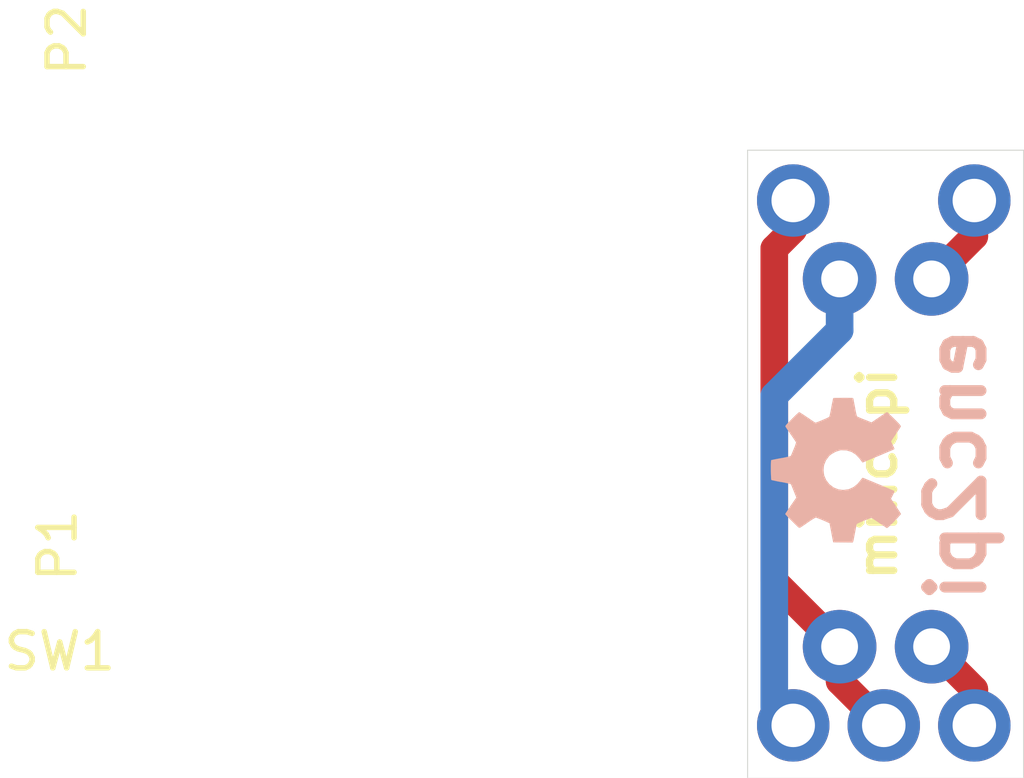
<source format=kicad_pcb>
(kicad_pcb (version 4) (host pcbnew 4.0.5+dfsg1-4)

  (general
    (links 5)
    (no_connects 0)
    (area 144.767299 98.031299 152.412701 115.404901)
    (thickness 1.6)
    (drawings 6)
    (tracks 15)
    (zones 0)
    (modules 4)
    (nets 5)
  )

  (page A4)
  (layers
    (0 F.Cu signal)
    (31 B.Cu signal)
    (32 B.Adhes user)
    (33 F.Adhes user)
    (34 B.Paste user hide)
    (35 F.Paste user hide)
    (36 B.SilkS user)
    (37 F.SilkS user)
    (38 B.Mask user)
    (39 F.Mask user)
    (40 Dwgs.User user hide)
    (41 Cmts.User user hide)
    (42 Eco1.User user hide)
    (43 Eco2.User user hide)
    (44 Edge.Cuts user)
    (45 Margin user hide)
    (46 B.CrtYd user hide)
    (47 F.CrtYd user hide)
    (48 B.Fab user)
    (49 F.Fab user hide)
  )

  (setup
    (last_trace_width 0.25)
    (user_trace_width 0.508)
    (user_trace_width 0.762)
    (trace_clearance 0.2)
    (zone_clearance 0.508)
    (zone_45_only no)
    (trace_min 0.2)
    (segment_width 0.2)
    (edge_width 0.15)
    (via_size 0.6)
    (via_drill 0.4)
    (via_min_size 0.4)
    (via_min_drill 0.3)
    (uvia_size 0.3)
    (uvia_drill 0.1)
    (uvias_allowed no)
    (uvia_min_size 0)
    (uvia_min_drill 0)
    (pcb_text_width 0.3)
    (pcb_text_size 1.5 1.5)
    (mod_edge_width 0.15)
    (mod_text_size 1 1)
    (mod_text_width 0.15)
    (pad_size 1.524 1.524)
    (pad_drill 0.762)
    (pad_to_mask_clearance 0.0254)
    (aux_axis_origin 0 0)
    (visible_elements 7FFFFFFF)
    (pcbplotparams
      (layerselection 0x00030_80000001)
      (usegerberextensions false)
      (excludeedgelayer true)
      (linewidth 0.100000)
      (plotframeref false)
      (viasonmask false)
      (mode 1)
      (useauxorigin false)
      (hpglpennumber 1)
      (hpglpenspeed 20)
      (hpglpendiameter 15)
      (hpglpenoverlay 2)
      (psnegative false)
      (psa4output false)
      (plotreference true)
      (plotvalue true)
      (plotinvisibletext false)
      (padsonsilk false)
      (subtractmaskfromsilk false)
      (outputformat 1)
      (mirror false)
      (drillshape 1)
      (scaleselection 1)
      (outputdirectory ""))
  )

  (net 0 "")
  (net 1 "Net-(P1-Pad1)")
  (net 2 "Net-(P1-Pad2)")
  (net 3 "Net-(P2-Pad1)")
  (net 4 "Net-(P2-Pad2)")

  (net_class Default "This is the default net class."
    (clearance 0.2)
    (trace_width 0.25)
    (via_dia 0.6)
    (via_drill 0.4)
    (uvia_dia 0.3)
    (uvia_drill 0.1)
    (add_net "Net-(P1-Pad1)")
    (add_net "Net-(P1-Pad2)")
    (add_net "Net-(P2-Pad1)")
    (add_net "Net-(P2-Pad2)")
  )

  (module encoder:Potentiometer_Trimmer-EVM3S_R (layer F.Cu) (tedit 5BFA3248) (tstamp 5BFA234B)
    (at 148.5392 106.934)
    (descr http://www.comkey.in/sites/default/files/attachments/EVM3ESX50B15.pdf)
    (tags "trimmer SMD")
    (path /5BFA1E06)
    (attr smd)
    (fp_text reference SW1 (at -22.75 4.956) (layer F.SilkS)
      (effects (font (size 1 1) (thickness 0.15)))
    )
    (fp_text value Rotary_Encoder_Switch (at -20.066 -9.652) (layer F.Fab)
      (effects (font (size 1 1) (thickness 0.15)))
    )
    (fp_line (start 2.05 2.55) (end -2.05 2.55) (layer F.CrtYd) (width 0.05))
    (fp_line (start 2.05 -2.55) (end 2.05 2.55) (layer F.CrtYd) (width 0.05))
    (fp_line (start -2.05 -2.55) (end 2.05 -2.55) (layer F.CrtYd) (width 0.05))
    (fp_line (start -2.05 2.55) (end -2.05 -2.55) (layer F.CrtYd) (width 0.05))
    (fp_line (start -0.25 -0.25) (end -0.25 -1) (layer F.Fab) (width 0.05))
    (fp_line (start -1 -0.25) (end -0.25 -0.25) (layer F.Fab) (width 0.05))
    (fp_line (start -1 0.25) (end -1 -0.25) (layer F.Fab) (width 0.05))
    (fp_line (start -0.25 0.25) (end -1 0.25) (layer F.Fab) (width 0.05))
    (fp_line (start -0.25 1) (end -0.25 0.25) (layer F.Fab) (width 0.05))
    (fp_line (start 0.25 1) (end -0.25 1) (layer F.Fab) (width 0.05))
    (fp_line (start 0.25 0.25) (end 0.25 1) (layer F.Fab) (width 0.05))
    (fp_line (start 1 0.25) (end 0.25 0.25) (layer F.Fab) (width 0.05))
    (fp_line (start 1 -0.25) (end 1 0.25) (layer F.Fab) (width 0.05))
    (fp_line (start 0.25 -0.25) (end 1 -0.25) (layer F.Fab) (width 0.05))
    (fp_line (start 0.25 -1) (end 0.25 -0.25) (layer F.Fab) (width 0.05))
    (fp_line (start -0.25 -1) (end 0.25 -1) (layer F.Fab) (width 0.05))
    (fp_line (start -1.55 1.7) (end -1.55 -1.55) (layer F.Fab) (width 0.05))
    (fp_line (start 1.55 1.7) (end -1.55 1.7) (layer F.Fab) (width 0.05))
    (fp_line (start 1.55 -1.55) (end 1.55 1.7) (layer F.Fab) (width 0.05))
    (fp_line (start -1.55 -1.55) (end 1.55 -1.55) (layer F.Fab) (width 0.05))
    (fp_circle (center 0 0) (end 0 -0.25) (layer F.Fab) (width 0.05))
    (fp_circle (center 0 0) (end 0 -1.2) (layer F.Fab) (width 0.05))
    (fp_circle (center 0 0) (end 0 -1.55) (layer F.Fab) (width 0.05))
    (pad 4 thru_hole circle (at -2.5 -7.5) (size 2 2) (drill 1.2) (layers *.Cu *.Mask)
      (net 1 "Net-(P1-Pad1)"))
    (pad 5 thru_hole circle (at 2.5 -7.5) (size 2 2) (drill 1.2) (layers *.Cu *.Mask)
      (net 4 "Net-(P2-Pad2)"))
    (pad 1 thru_hole circle (at -2.5 7) (size 2 2) (drill 1.2) (layers *.Cu *.Mask)
      (net 3 "Net-(P2-Pad1)"))
    (pad 3 thru_hole circle (at 2.5 7) (size 2 2) (drill 1.2) (layers *.Cu *.Mask)
      (net 2 "Net-(P1-Pad2)"))
    (pad 2 thru_hole circle (at 0 7) (size 2 2) (drill 1.2) (layers *.Cu *.Mask)
      (net 1 "Net-(P1-Pad1)"))
  )

  (module Pin_Headers:Pin_Header_Straight_1x02 (layer F.Cu) (tedit 5BFA3369) (tstamp 5BFA20EA)
    (at 147.32 111.76 90)
    (descr "Through hole pin header")
    (tags "pin header")
    (path /5BFA1E73)
    (fp_text reference P1 (at 2.794 -21.59 90) (layer F.SilkS)
      (effects (font (size 1 1) (thickness 0.15)))
    )
    (fp_text value CONN_01X02 (at -0.508 -24.384 90) (layer F.Fab)
      (effects (font (size 1 1) (thickness 0.15)))
    )
    (fp_line (start -1.75 -1.75) (end -1.75 4.3) (layer F.CrtYd) (width 0.05))
    (fp_line (start 1.75 -1.75) (end 1.75 4.3) (layer F.CrtYd) (width 0.05))
    (fp_line (start -1.75 4.3) (end 1.75 4.3) (layer F.CrtYd) (width 0.05))
    (pad 1 thru_hole circle (at 0 0 90) (size 2.032 2.032) (drill 1.016) (layers *.Cu *.Mask)
      (net 1 "Net-(P1-Pad1)"))
    (pad 2 thru_hole oval (at 0 2.54 90) (size 2.032 2.032) (drill 1.016) (layers *.Cu *.Mask)
      (net 2 "Net-(P1-Pad2)"))
    (model Pin_Headers.3dshapes/Pin_Header_Straight_1x02.wrl
      (at (xyz 0 -0.05 0))
      (scale (xyz 1 1 1))
      (rotate (xyz 0 0 90))
    )
  )

  (module Pin_Headers:Pin_Header_Straight_1x02 (layer F.Cu) (tedit 5BFA334A) (tstamp 5BFA20F0)
    (at 147.32 101.6 90)
    (descr "Through hole pin header")
    (tags "pin header")
    (path /5BFA1ED8)
    (fp_text reference P2 (at 6.604 -21.336 90) (layer F.SilkS)
      (effects (font (size 1 1) (thickness 0.15)))
    )
    (fp_text value CONN_01X02 (at 0.762 -22.098 90) (layer F.Fab)
      (effects (font (size 1 1) (thickness 0.15)))
    )
    (fp_line (start -1.75 -1.75) (end -1.75 4.3) (layer F.CrtYd) (width 0.05))
    (fp_line (start 1.75 -1.75) (end 1.75 4.3) (layer F.CrtYd) (width 0.05))
    (fp_line (start -1.75 -1.75) (end 1.75 -1.75) (layer F.CrtYd) (width 0.05))
    (fp_line (start -1.75 4.3) (end 1.75 4.3) (layer F.CrtYd) (width 0.05))
    (pad 1 thru_hole circle (at 0 0 90) (size 2.032 2.032) (drill 1.016) (layers *.Cu *.Mask)
      (net 3 "Net-(P2-Pad1)"))
    (pad 2 thru_hole oval (at 0 2.54 90) (size 2.032 2.032) (drill 1.016) (layers *.Cu *.Mask)
      (net 4 "Net-(P2-Pad2)"))
    (model Pin_Headers.3dshapes/Pin_Header_Straight_1x02.wrl
      (at (xyz 0 -0.05 0))
      (scale (xyz 1 1 1))
      (rotate (xyz 0 0 90))
    )
  )

  (module osh-logo:osh-logo_silkscreen-back_4mm (layer B.Cu) (tedit 0) (tstamp 5BFA369E)
    (at 147.2184 106.8832 270)
    (fp_text reference G*** (at 0 -2.1209 270) (layer B.SilkS) hide
      (effects (font (size 0.18034 0.18034) (thickness 0.03556)) (justify mirror))
    )
    (fp_text value osh-logo_silkscreen-back_4mm (at 0 2.1209 270) (layer B.SilkS) hide
      (effects (font (size 0.18034 0.18034) (thickness 0.03556)) (justify mirror))
    )
    (fp_poly (pts (xy 1.21158 -1.79578) (xy 1.19126 -1.78562) (xy 1.143 -1.75514) (xy 1.07696 -1.71196)
      (xy 0.99822 -1.65862) (xy 0.91948 -1.60528) (xy 0.85344 -1.5621) (xy 0.80772 -1.53162)
      (xy 0.78994 -1.52146) (xy 0.77978 -1.524) (xy 0.74168 -1.54432) (xy 0.6858 -1.57226)
      (xy 0.65532 -1.5875) (xy 0.60452 -1.61036) (xy 0.57912 -1.61544) (xy 0.57658 -1.60782)
      (xy 0.55626 -1.56972) (xy 0.52832 -1.50368) (xy 0.49022 -1.41732) (xy 0.44704 -1.31572)
      (xy 0.40132 -1.2065) (xy 0.3556 -1.09474) (xy 0.30988 -0.98806) (xy 0.27178 -0.89154)
      (xy 0.23876 -0.81534) (xy 0.21844 -0.75946) (xy 0.21082 -0.7366) (xy 0.21336 -0.73152)
      (xy 0.23876 -0.70866) (xy 0.28194 -0.67564) (xy 0.37846 -0.5969) (xy 0.4699 -0.48006)
      (xy 0.52832 -0.34798) (xy 0.5461 -0.20066) (xy 0.53086 -0.06604) (xy 0.47752 0.0635)
      (xy 0.38608 0.18288) (xy 0.27432 0.26924) (xy 0.14478 0.32512) (xy 0 0.3429)
      (xy -0.1397 0.32766) (xy -0.27178 0.27432) (xy -0.39116 0.18542) (xy -0.43942 0.127)
      (xy -0.508 0.00762) (xy -0.54864 -0.11938) (xy -0.55118 -0.14986) (xy -0.5461 -0.2921)
      (xy -0.50546 -0.42672) (xy -0.4318 -0.5461) (xy -0.32766 -0.64516) (xy -0.31496 -0.65532)
      (xy -0.2667 -0.69088) (xy -0.23622 -0.71374) (xy -0.21082 -0.73406) (xy -0.38862 -1.16586)
      (xy -0.41656 -1.23444) (xy -0.46736 -1.35128) (xy -0.51054 -1.45288) (xy -0.54356 -1.53416)
      (xy -0.56896 -1.5875) (xy -0.57912 -1.61036) (xy -0.57912 -1.61036) (xy -0.59436 -1.6129)
      (xy -0.62738 -1.6002) (xy -0.68834 -1.57226) (xy -0.72898 -1.55194) (xy -0.7747 -1.52908)
      (xy -0.79502 -1.52146) (xy -0.8128 -1.53162) (xy -0.85598 -1.55956) (xy -0.91948 -1.60274)
      (xy -0.99568 -1.65354) (xy -1.06934 -1.70434) (xy -1.13792 -1.75006) (xy -1.18618 -1.78054)
      (xy -1.21158 -1.79324) (xy -1.21412 -1.79324) (xy -1.23444 -1.78054) (xy -1.27508 -1.75006)
      (xy -1.3335 -1.69418) (xy -1.41478 -1.6129) (xy -1.42748 -1.6002) (xy -1.49606 -1.52908)
      (xy -1.55194 -1.47066) (xy -1.59004 -1.43002) (xy -1.60274 -1.41224) (xy -1.60274 -1.41224)
      (xy -1.59004 -1.38684) (xy -1.55956 -1.33858) (xy -1.51384 -1.27) (xy -1.4605 -1.19126)
      (xy -1.31826 -0.98298) (xy -1.397 -0.7874) (xy -1.41986 -0.72898) (xy -1.45034 -0.65532)
      (xy -1.4732 -0.60452) (xy -1.4859 -0.58166) (xy -1.50622 -0.57404) (xy -1.55956 -0.56134)
      (xy -1.6383 -0.54356) (xy -1.72974 -0.52832) (xy -1.81864 -0.51054) (xy -1.89738 -0.4953)
      (xy -1.9558 -0.48514) (xy -1.9812 -0.48006) (xy -1.98628 -0.47498) (xy -1.99136 -0.46228)
      (xy -1.99644 -0.43688) (xy -1.99644 -0.38862) (xy -1.99898 -0.31242) (xy -1.99898 -0.20066)
      (xy -1.99898 -0.1905) (xy -1.99644 -0.08382) (xy -1.99644 0) (xy -1.9939 0.05334)
      (xy -1.98882 0.07366) (xy -1.98882 0.07366) (xy -1.96342 0.08128) (xy -1.90754 0.09144)
      (xy -1.8288 0.10922) (xy -1.73228 0.127) (xy -1.7272 0.127) (xy -1.63322 0.14478)
      (xy -1.55448 0.16256) (xy -1.4986 0.17526) (xy -1.47574 0.18288) (xy -1.47066 0.18796)
      (xy -1.45034 0.22606) (xy -1.4224 0.28448) (xy -1.39192 0.3556) (xy -1.36144 0.42926)
      (xy -1.3335 0.49784) (xy -1.31572 0.5461) (xy -1.31064 0.56896) (xy -1.31064 0.56896)
      (xy -1.32588 0.59182) (xy -1.3589 0.64262) (xy -1.40462 0.70866) (xy -1.4605 0.78994)
      (xy -1.46304 0.79756) (xy -1.51892 0.8763) (xy -1.5621 0.94488) (xy -1.59258 0.99314)
      (xy -1.60274 1.01346) (xy -1.60274 1.016) (xy -1.58496 1.03886) (xy -1.54432 1.08458)
      (xy -1.4859 1.14554) (xy -1.41478 1.21666) (xy -1.39192 1.23698) (xy -1.31572 1.31318)
      (xy -1.26238 1.36398) (xy -1.22682 1.38938) (xy -1.21158 1.397) (xy -1.21158 1.39446)
      (xy -1.18618 1.38176) (xy -1.13538 1.34874) (xy -1.0668 1.30048) (xy -0.98552 1.24714)
      (xy -0.98044 1.24206) (xy -0.9017 1.18872) (xy -0.83566 1.143) (xy -0.7874 1.11252)
      (xy -0.76708 1.09982) (xy -0.762 1.09982) (xy -0.73152 1.10998) (xy -0.6731 1.12776)
      (xy -0.60452 1.1557) (xy -0.53086 1.18618) (xy -0.46228 1.21412) (xy -0.41148 1.23698)
      (xy -0.38862 1.24968) (xy -0.38862 1.25222) (xy -0.37846 1.28016) (xy -0.36576 1.34112)
      (xy -0.34798 1.4224) (xy -0.3302 1.52146) (xy -0.32766 1.5367) (xy -0.30988 1.63068)
      (xy -0.29464 1.70942) (xy -0.28194 1.7653) (xy -0.27686 1.78816) (xy -0.26416 1.7907)
      (xy -0.2159 1.79324) (xy -0.14478 1.79578) (xy -0.05842 1.79578) (xy 0.03048 1.79578)
      (xy 0.11684 1.79324) (xy 0.19304 1.7907) (xy 0.24638 1.78816) (xy 0.26924 1.78308)
      (xy 0.27178 1.78054) (xy 0.2794 1.7526) (xy 0.2921 1.69164) (xy 0.30988 1.61036)
      (xy 0.32766 1.5113) (xy 0.3302 1.49352) (xy 0.34798 1.39954) (xy 0.36576 1.3208)
      (xy 0.37592 1.26746) (xy 0.38354 1.24714) (xy 0.39116 1.24206) (xy 0.42926 1.22428)
      (xy 0.49276 1.19888) (xy 0.57404 1.16586) (xy 0.75692 1.0922) (xy 0.98044 1.24714)
      (xy 1.00076 1.25984) (xy 1.08204 1.31572) (xy 1.14808 1.3589) (xy 1.1938 1.38938)
      (xy 1.21412 1.39954) (xy 1.21412 1.39954) (xy 1.23698 1.37922) (xy 1.2827 1.33858)
      (xy 1.34366 1.27762) (xy 1.41224 1.20904) (xy 1.46558 1.1557) (xy 1.52654 1.0922)
      (xy 1.56718 1.05156) (xy 1.5875 1.02362) (xy 1.59512 1.00584) (xy 1.59258 0.99568)
      (xy 1.57988 0.97282) (xy 1.54686 0.92456) (xy 1.50114 0.85598) (xy 1.44526 0.77724)
      (xy 1.39954 0.70866) (xy 1.35128 0.635) (xy 1.3208 0.58166) (xy 1.3081 0.55372)
      (xy 1.31064 0.54356) (xy 1.32842 0.50038) (xy 1.35382 0.4318) (xy 1.38684 0.35306)
      (xy 1.46558 0.17526) (xy 1.58242 0.15494) (xy 1.65354 0.1397) (xy 1.7526 0.12192)
      (xy 1.84658 0.10414) (xy 1.9939 0.07366) (xy 1.99898 -0.46482) (xy 1.97612 -0.47498)
      (xy 1.95326 -0.4826) (xy 1.89992 -0.49276) (xy 1.82118 -0.508) (xy 1.72974 -0.52578)
      (xy 1.651 -0.54102) (xy 1.57226 -0.55626) (xy 1.51638 -0.56642) (xy 1.49098 -0.5715)
      (xy 1.48336 -0.58166) (xy 1.46304 -0.61976) (xy 1.4351 -0.68072) (xy 1.40462 -0.75438)
      (xy 1.37414 -0.82804) (xy 1.3462 -0.89916) (xy 1.32588 -0.9525) (xy 1.31826 -0.98044)
      (xy 1.32842 -1.00076) (xy 1.3589 -1.04648) (xy 1.40208 -1.11252) (xy 1.45542 -1.19126)
      (xy 1.5113 -1.27) (xy 1.55448 -1.33858) (xy 1.5875 -1.38684) (xy 1.6002 -1.40716)
      (xy 1.59258 -1.4224) (xy 1.5621 -1.4605) (xy 1.50368 -1.52146) (xy 1.41478 -1.61036)
      (xy 1.39954 -1.62306) (xy 1.33096 -1.69164) (xy 1.27 -1.74498) (xy 1.22936 -1.78308)
      (xy 1.21158 -1.79578)) (layer B.SilkS) (width 0.00254))
  )

  (gr_text enc2pi (at 150.5458 106.7562 90) (layer B.SilkS)
    (effects (font (size 1.5 1.5) (thickness 0.3)) (justify mirror))
  )
  (gr_text mincepi (at 148.3614 106.9848 90) (layer F.SilkS)
    (effects (font (size 1 1) (thickness 0.2)))
  )
  (gr_line (start 144.78 98.044) (end 144.78 115.3922) (angle 90) (layer Edge.Cuts) (width 0.0254))
  (gr_line (start 152.4 98.044) (end 144.78 98.044) (angle 90) (layer Edge.Cuts) (width 0.0254))
  (gr_line (start 152.4 115.3922) (end 152.4 98.044) (angle 90) (layer Edge.Cuts) (width 0.0254))
  (gr_line (start 144.78 115.3922) (end 152.4 115.3922) (angle 90) (layer Edge.Cuts) (width 0.0254))

  (segment (start 146.0392 99.434) (end 146.0392 100.2392) (width 0.762) (layer F.Cu) (net 1))
  (segment (start 146.0392 100.2392) (end 145.5166 100.7618) (width 0.762) (layer F.Cu) (net 1) (tstamp 5BFA35B7))
  (segment (start 145.5166 100.7618) (end 145.5166 109.9566) (width 0.762) (layer F.Cu) (net 1) (tstamp 5BFA35BC))
  (segment (start 145.5166 109.9566) (end 147.32 111.76) (width 0.762) (layer F.Cu) (net 1) (tstamp 5BFA35C9))
  (segment (start 147.32 111.76) (end 147.32 112.7148) (width 0.762) (layer F.Cu) (net 1))
  (segment (start 147.32 112.7148) (end 148.5392 113.934) (width 0.762) (layer F.Cu) (net 1) (tstamp 5BFA35A4))
  (segment (start 147.32 111.76) (end 147.32 111.887) (width 0.508) (layer F.Cu) (net 1))
  (segment (start 151.0392 113.934) (end 151.0392 112.9392) (width 0.762) (layer F.Cu) (net 2))
  (segment (start 151.0392 112.9392) (end 149.86 111.76) (width 0.762) (layer F.Cu) (net 2) (tstamp 5BFA3492))
  (segment (start 147.32 101.6) (end 147.32 103.0224) (width 0.762) (layer B.Cu) (net 3))
  (segment (start 145.5166 104.8258) (end 145.5166 113.4114) (width 0.762) (layer B.Cu) (net 3) (tstamp 5BFA35D8))
  (segment (start 147.32 103.0224) (end 145.5166 104.8258) (width 0.762) (layer B.Cu) (net 3) (tstamp 5BFA35D3))
  (segment (start 145.5166 113.4114) (end 146.0392 113.934) (width 0.762) (layer B.Cu) (net 3) (tstamp 5BFA35DD))
  (segment (start 151.0392 99.434) (end 151.0392 100.4208) (width 0.762) (layer F.Cu) (net 4))
  (segment (start 151.0392 100.4208) (end 149.86 101.6) (width 0.762) (layer F.Cu) (net 4) (tstamp 5BFA3572))

)

</source>
